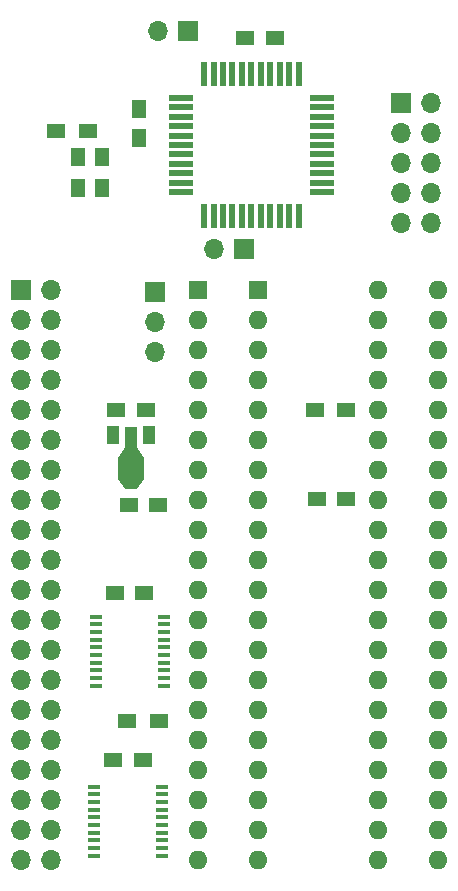
<source format=gts>
G04 #@! TF.FileFunction,Soldermask,Top*
%FSLAX46Y46*%
G04 Gerber Fmt 4.6, Leading zero omitted, Abs format (unit mm)*
G04 Created by KiCad (PCBNEW 4.0.6) date Saturday, October 28, 2017 'PMt' 04:50:48 PM*
%MOMM*%
%LPD*%
G01*
G04 APERTURE LIST*
%ADD10C,0.100000*%
%ADD11R,1.600000X1.600000*%
%ADD12O,1.600000X1.600000*%
%ADD13R,1.000000X0.400000*%
%ADD14R,1.500000X1.250000*%
%ADD15R,1.250000X1.500000*%
%ADD16R,1.700000X1.700000*%
%ADD17O,1.700000X1.700000*%
%ADD18R,2.000000X0.500000*%
%ADD19R,0.500000X2.000000*%
%ADD20R,1.000000X1.500000*%
%ADD21R,1.000000X1.800000*%
%ADD22R,2.200000X1.840000*%
%ADD23R,1.500000X1.300000*%
%ADD24R,1.300000X1.500000*%
G04 APERTURE END LIST*
D10*
D11*
X166310000Y-78480000D03*
D12*
X181550000Y-126740000D03*
X166310000Y-81020000D03*
X181550000Y-124200000D03*
X166310000Y-83560000D03*
X181550000Y-121660000D03*
X166310000Y-86100000D03*
X181550000Y-119120000D03*
X166310000Y-88640000D03*
X181550000Y-116580000D03*
X166310000Y-91180000D03*
X181550000Y-114040000D03*
X166310000Y-93720000D03*
X181550000Y-111500000D03*
X166310000Y-96260000D03*
X181550000Y-108960000D03*
X166310000Y-98800000D03*
X181550000Y-106420000D03*
X166310000Y-101340000D03*
X181550000Y-103880000D03*
X166310000Y-103880000D03*
X181550000Y-101340000D03*
X166310000Y-106420000D03*
X181550000Y-98800000D03*
X166310000Y-108960000D03*
X181550000Y-96260000D03*
X166310000Y-111500000D03*
X181550000Y-93720000D03*
X166310000Y-114040000D03*
X181550000Y-91180000D03*
X166310000Y-116580000D03*
X181550000Y-88640000D03*
X166310000Y-119120000D03*
X181550000Y-86100000D03*
X166310000Y-121660000D03*
X181550000Y-83560000D03*
X166310000Y-124200000D03*
X181550000Y-81020000D03*
X166310000Y-126740000D03*
X181550000Y-78480000D03*
D13*
X152390000Y-120540000D03*
X152390000Y-121190000D03*
X152390000Y-121840000D03*
X152390000Y-122490000D03*
X152390000Y-123140000D03*
X152390000Y-123790000D03*
X152390000Y-124440000D03*
X152390000Y-125090000D03*
X152390000Y-125740000D03*
X152390000Y-126390000D03*
X158190000Y-126390000D03*
X158190000Y-125740000D03*
X158190000Y-125090000D03*
X158190000Y-124440000D03*
X158190000Y-123790000D03*
X158190000Y-123140000D03*
X158190000Y-122490000D03*
X158190000Y-121840000D03*
X158190000Y-121190000D03*
X158190000Y-120540000D03*
X152550000Y-106155000D03*
X152550000Y-106805000D03*
X152550000Y-107455000D03*
X152550000Y-108105000D03*
X152550000Y-108755000D03*
X152550000Y-109405000D03*
X152550000Y-110055000D03*
X152550000Y-110705000D03*
X152550000Y-111355000D03*
X152550000Y-112005000D03*
X158350000Y-112005000D03*
X158350000Y-111355000D03*
X158350000Y-110705000D03*
X158350000Y-110055000D03*
X158350000Y-109405000D03*
X158350000Y-108755000D03*
X158350000Y-108105000D03*
X158350000Y-107455000D03*
X158350000Y-106805000D03*
X158350000Y-106155000D03*
D11*
X161230000Y-78480000D03*
D12*
X176470000Y-126740000D03*
X161230000Y-81020000D03*
X176470000Y-124200000D03*
X161230000Y-83560000D03*
X176470000Y-121660000D03*
X161230000Y-86100000D03*
X176470000Y-119120000D03*
X161230000Y-88640000D03*
X176470000Y-116580000D03*
X161230000Y-91180000D03*
X176470000Y-114040000D03*
X161230000Y-93720000D03*
X176470000Y-111500000D03*
X161230000Y-96260000D03*
X176470000Y-108960000D03*
X161230000Y-98800000D03*
X176470000Y-106420000D03*
X161230000Y-101340000D03*
X176470000Y-103880000D03*
X161230000Y-103880000D03*
X176470000Y-101340000D03*
X161230000Y-106420000D03*
X176470000Y-98800000D03*
X161230000Y-108960000D03*
X176470000Y-96260000D03*
X161230000Y-111500000D03*
X176470000Y-93720000D03*
X161230000Y-114040000D03*
X176470000Y-91180000D03*
X161230000Y-116580000D03*
X176470000Y-88640000D03*
X161230000Y-119120000D03*
X176470000Y-86100000D03*
X161230000Y-121660000D03*
X176470000Y-83560000D03*
X161230000Y-124200000D03*
X176470000Y-81020000D03*
X161230000Y-126740000D03*
X176470000Y-78480000D03*
D14*
X173760000Y-96190000D03*
X171260000Y-96190000D03*
X157850000Y-96680000D03*
X155350000Y-96680000D03*
X154300000Y-88630000D03*
X156800000Y-88630000D03*
X154150000Y-104130000D03*
X156650000Y-104130000D03*
X154030000Y-118260000D03*
X156530000Y-118260000D03*
X167740000Y-57190000D03*
X165240000Y-57190000D03*
D15*
X156230000Y-65670000D03*
X156230000Y-63170000D03*
D16*
X157550000Y-78650000D03*
D17*
X157550000Y-81190000D03*
X157550000Y-83730000D03*
D16*
X178420000Y-62710000D03*
D17*
X180960000Y-62710000D03*
X178420000Y-65250000D03*
X180960000Y-65250000D03*
X178420000Y-67790000D03*
X180960000Y-67790000D03*
X178420000Y-70330000D03*
X180960000Y-70330000D03*
X178420000Y-72870000D03*
X180960000Y-72870000D03*
D18*
X171740000Y-70230000D03*
X171740000Y-69430000D03*
X171740000Y-68630000D03*
X171740000Y-67830000D03*
X171740000Y-67030000D03*
X171740000Y-66230000D03*
X171740000Y-65430000D03*
X171740000Y-64630000D03*
X171740000Y-63830000D03*
X171740000Y-63030000D03*
X171740000Y-62230000D03*
D19*
X169740000Y-60230000D03*
X168940000Y-60230000D03*
X168140000Y-60230000D03*
X167340000Y-60230000D03*
X166540000Y-60230000D03*
X165740000Y-60230000D03*
X164940000Y-60230000D03*
X164140000Y-60230000D03*
X163340000Y-60230000D03*
X162540000Y-60230000D03*
X161740000Y-60230000D03*
D18*
X159740000Y-62230000D03*
X159740000Y-63030000D03*
X159740000Y-63830000D03*
X159740000Y-64630000D03*
X159740000Y-65430000D03*
X159740000Y-66230000D03*
X159740000Y-67030000D03*
X159740000Y-67830000D03*
X159740000Y-68630000D03*
X159740000Y-69430000D03*
X159740000Y-70230000D03*
D19*
X161740000Y-72230000D03*
X162540000Y-72230000D03*
X163340000Y-72230000D03*
X164140000Y-72230000D03*
X164940000Y-72230000D03*
X165740000Y-72230000D03*
X166540000Y-72230000D03*
X167340000Y-72230000D03*
X168140000Y-72230000D03*
X168940000Y-72230000D03*
X169740000Y-72230000D03*
D10*
G36*
X156640000Y-94528200D02*
X156040000Y-95378200D01*
X155040000Y-95378200D01*
X154440000Y-94528200D01*
X156640000Y-94528200D01*
X156640000Y-94528200D01*
G37*
D20*
X157040000Y-90806200D03*
D21*
X155540000Y-90952700D03*
D20*
X154040000Y-90806200D03*
D22*
X155540000Y-93619700D03*
D10*
G36*
X154440000Y-92710000D02*
X155140000Y-91710000D01*
X155940000Y-91710000D01*
X156640000Y-92710000D01*
X154440000Y-92710000D01*
X154440000Y-92710000D01*
G37*
D16*
X146230000Y-78480000D03*
D17*
X148770000Y-78480000D03*
X146230000Y-81020000D03*
X148770000Y-81020000D03*
X146230000Y-83560000D03*
X148770000Y-83560000D03*
X146230000Y-86100000D03*
X148770000Y-86100000D03*
X146230000Y-88640000D03*
X148770000Y-88640000D03*
X146230000Y-91180000D03*
X148770000Y-91180000D03*
X146230000Y-93720000D03*
X148770000Y-93720000D03*
X146230000Y-96260000D03*
X148770000Y-96260000D03*
X146230000Y-98800000D03*
X148770000Y-98800000D03*
X146230000Y-101340000D03*
X148770000Y-101340000D03*
X146230000Y-103880000D03*
X148770000Y-103880000D03*
X146230000Y-106420000D03*
X148770000Y-106420000D03*
X146230000Y-108960000D03*
X148770000Y-108960000D03*
X146230000Y-111500000D03*
X148770000Y-111500000D03*
X146230000Y-114040000D03*
X148770000Y-114040000D03*
X146230000Y-116580000D03*
X148770000Y-116580000D03*
X146230000Y-119120000D03*
X148770000Y-119120000D03*
X146230000Y-121660000D03*
X148770000Y-121660000D03*
X146230000Y-124200000D03*
X148770000Y-124200000D03*
X146230000Y-126740000D03*
X148770000Y-126740000D03*
D16*
X165110000Y-75040000D03*
D17*
X162570000Y-75040000D03*
D23*
X173790000Y-88680000D03*
X171090000Y-88680000D03*
D16*
X160400000Y-56560000D03*
D17*
X157860000Y-56560000D03*
D23*
X157940000Y-114960000D03*
X155240000Y-114960000D03*
X149230000Y-65020000D03*
X151930000Y-65020000D03*
D24*
X151070000Y-69900000D03*
X151070000Y-67200000D03*
X153120000Y-69900000D03*
X153120000Y-67200000D03*
M02*

</source>
